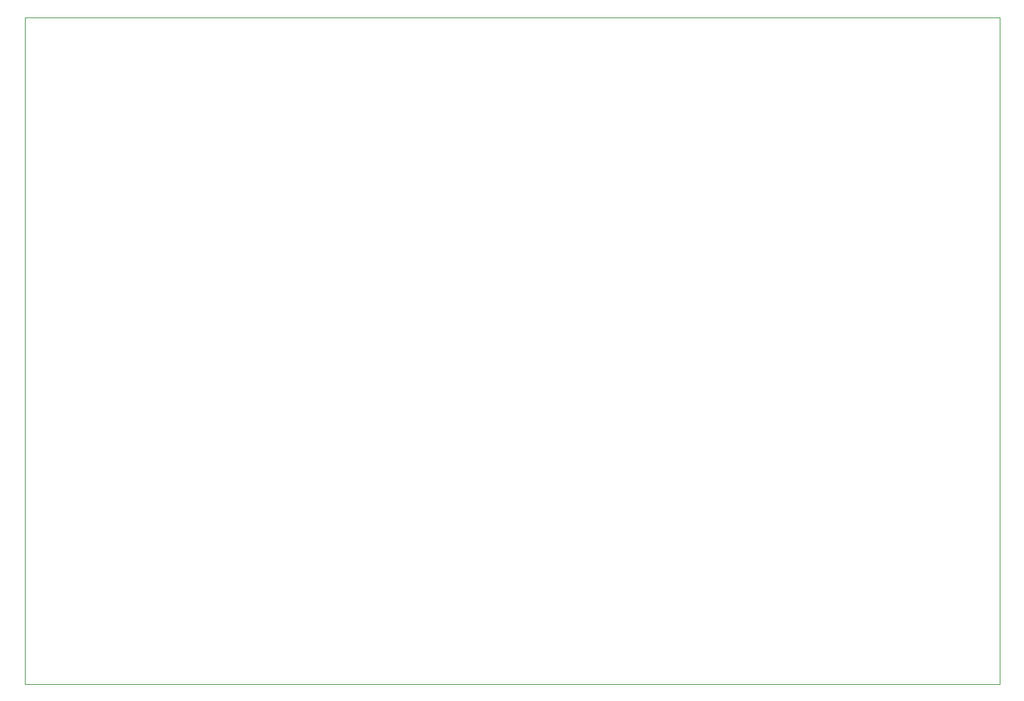
<source format=gbr>
%TF.GenerationSoftware,KiCad,Pcbnew,7.0.10*%
%TF.CreationDate,2024-04-02T15:07:52+05:30*%
%TF.ProjectId,Metal_detector,4d657461-6c5f-4646-9574-6563746f722e,rev?*%
%TF.SameCoordinates,Original*%
%TF.FileFunction,Profile,NP*%
%FSLAX46Y46*%
G04 Gerber Fmt 4.6, Leading zero omitted, Abs format (unit mm)*
G04 Created by KiCad (PCBNEW 7.0.10) date 2024-04-02 15:07:52*
%MOMM*%
%LPD*%
G01*
G04 APERTURE LIST*
%TA.AperFunction,Profile*%
%ADD10C,0.100000*%
%TD*%
G04 APERTURE END LIST*
D10*
X16179800Y-13373100D02*
X138684000Y-13373100D01*
X138684000Y-97285000D01*
X16179800Y-97285000D01*
X16179800Y-13373100D01*
M02*

</source>
